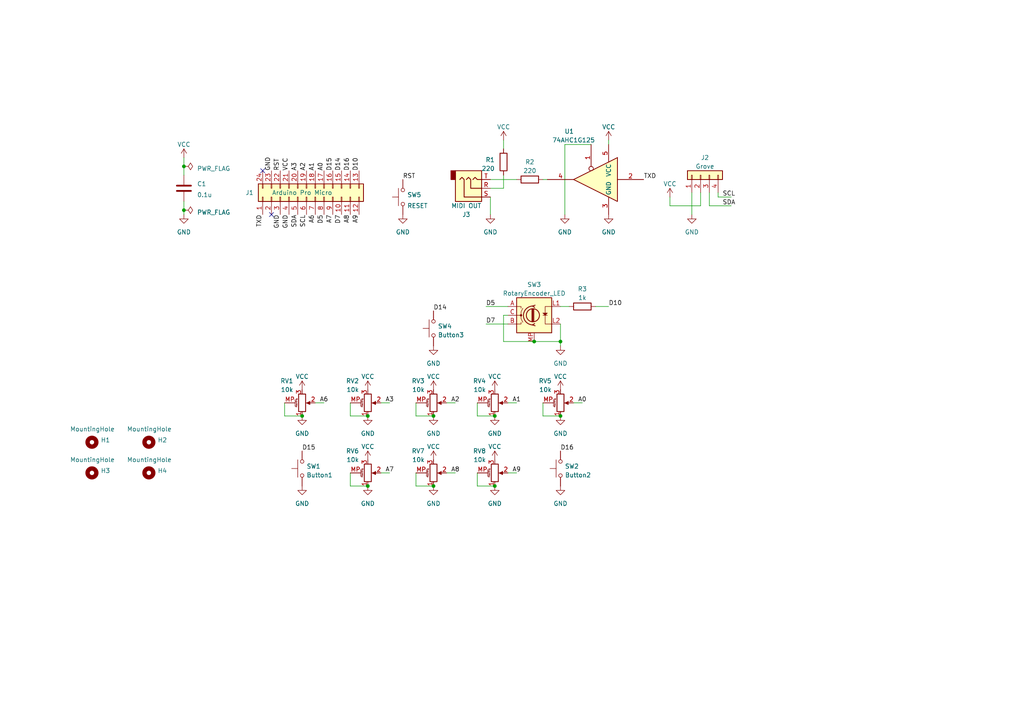
<source format=kicad_sch>
(kicad_sch (version 20230121) (generator eeschema)
  (paper "A4")
  (title_block (title "Functional Reactive MIDI Controller Board") (date "2023-05-02") (company "Programming Systems Group, Tokyo Tech."))
  (lib_symbols
    (symbol "74xGxx:74AHC1G125"
      (property "Reference" "U" (at -2.54 3.81 0))
      (property "Value" "74AHC1G125" (at 0 -3.81 0))
      (symbol "74AHC1G125_0_1"
        (polyline (pts (xy -7.62 6.35) (xy -7.62 -6.35) (xy 5.08 0) (xy -7.62 6.35)) (stroke (width 0.254)) (fill (type background)))
      )
      (symbol "74AHC1G125_1_1"
        (pin input inverted (at 0 10.16 270) (length 7.62) (name "~") (number "1"))
        (pin input line (at -15.24 0 0) (length 7.62) (name "~") (number "2"))
        (pin power_in line (at -5.08 -10.16 90) (length 5.08) (name "GND") (number "3"))
        (pin tri_state line (at 12.7 0 180) (length 7.62) (name "~") (number "4"))
        (pin power_in line (at -5.08 10.16 270) (length 5.08) (name "VCC") (number "5"))
      )
    )
    (symbol "Connector_Audio:AudioJack3"
      (property "Reference" "J" (at 0 8.89 0))
      (property "Value" "AudioJack3" (at 0 6.35 0))
      (symbol "AudioJack3_0_1"
        (rectangle (start -5.08 -5.08) (end -6.35 -2.54) (stroke (width 0.254)) (fill (type outline)))
        (polyline (pts (xy 0 -2.54) (xy 0.635 -3.175) (xy 1.27 -2.54) (xy 2.54 -2.54)) (stroke (width 0.254)))
        (polyline (pts (xy -1.905 -2.54) (xy -1.27 -3.175) (xy -0.635 -2.54) (xy -0.635 0) (xy 2.54 0)) (stroke (width 0.254)))
        (polyline (pts (xy 2.54 2.54) (xy -2.54 2.54) (xy -2.54 -2.54) (xy -3.175 -3.175) (xy -3.81 -2.54)) (stroke (width 0.254)))
        (rectangle (start 2.54 3.81) (end -5.08 -5.08) (stroke (width 0.254)) (fill (type background)))
      )
      (symbol "AudioJack3_1_1"
        (pin passive line (at 5.08 0 180) (length 2.54) (name "~") (number "R"))
        (pin passive line (at 5.08 2.54 180) (length 2.54) (name "~") (number "S"))
        (pin passive line (at 5.08 -2.54 180) (length 2.54) (name "~") (number "T"))
      )
    )
    (symbol "Connector_Generic:Conn_01x04" (pin_names (offset 1.016) hide)
      (property "Reference" "J" (at 0 5.08 0))
      (property "Value" "Conn_01x04" (at 0 -7.62 0))
      (symbol "Conn_01x04_1_1"
        (rectangle (start -1.27 -4.953) (end 0 -5.207) (stroke (width 0.1524)))
        (rectangle (start -1.27 -2.413) (end 0 -2.667) (stroke (width 0.1524)))
        (rectangle (start -1.27 0.127) (end 0 -0.127) (stroke (width 0.1524)))
        (rectangle (start -1.27 2.667) (end 0 2.413) (stroke (width 0.1524)))
        (rectangle (start -1.27 3.81) (end 1.27 -6.35) (stroke (width 0.254)) (fill (type background)))
        (pin passive line (at -5.08 2.54 0) (length 3.81) (name "Pin_1") (number "1"))
        (pin passive line (at -5.08 0 0) (length 3.81) (name "Pin_2") (number "2"))
        (pin passive line (at -5.08 -2.54 0) (length 3.81) (name "Pin_3") (number "3"))
        (pin passive line (at -5.08 -5.08 0) (length 3.81) (name "Pin_4") (number "4"))
      )
    )
    (symbol "Connector_Generic:Conn_02x12_Counter_Clockwise" (pin_names (offset 1.016) hide)
      (property "Reference" "J" (at 1.27 15.24 0))
      (property "Value" "Conn_02x12_Counter_Clockwise" (at 1.27 -17.78 0))
      (symbol "Conn_02x12_Counter_Clockwise_1_1"
        (rectangle (start -1.27 -15.113) (end 0 -15.367) (stroke (width 0.1524)))
        (rectangle (start -1.27 -12.573) (end 0 -12.827) (stroke (width 0.1524)))
        (rectangle (start -1.27 -10.033) (end 0 -10.287) (stroke (width 0.1524)))
        (rectangle (start -1.27 -7.493) (end 0 -7.747) (stroke (width 0.1524)))
        (rectangle (start -1.27 -4.953) (end 0 -5.207) (stroke (width 0.1524)))
        (rectangle (start -1.27 -2.413) (end 0 -2.667) (stroke (width 0.1524)))
        (rectangle (start -1.27 0.127) (end 0 -0.127) (stroke (width 0.1524)))
        (rectangle (start -1.27 2.667) (end 0 2.413) (stroke (width 0.1524)))
        (rectangle (start -1.27 5.207) (end 0 4.953) (stroke (width 0.1524)))
        (rectangle (start -1.27 7.747) (end 0 7.493) (stroke (width 0.1524)))
        (rectangle (start -1.27 10.287) (end 0 10.033) (stroke (width 0.1524)))
        (rectangle (start -1.27 12.827) (end 0 12.573) (stroke (width 0.1524)))
        (rectangle (start -1.27 13.97) (end 3.81 -16.51) (stroke (width 0.254)) (fill (type background)))
        (rectangle (start 3.81 -15.113) (end 2.54 -15.367) (stroke (width 0.1524)))
        (rectangle (start 3.81 -12.573) (end 2.54 -12.827) (stroke (width 0.1524)))
        (rectangle (start 3.81 -10.033) (end 2.54 -10.287) (stroke (width 0.1524)))
        (rectangle (start 3.81 -7.493) (end 2.54 -7.747) (stroke (width 0.1524)))
        (rectangle (start 3.81 -4.953) (end 2.54 -5.207) (stroke (width 0.1524)))
        (rectangle (start 3.81 -2.413) (end 2.54 -2.667) (stroke (width 0.1524)))
        (rectangle (start 3.81 0.127) (end 2.54 -0.127) (stroke (width 0.1524)))
        (rectangle (start 3.81 2.667) (end 2.54 2.413) (stroke (width 0.1524)))
        (rectangle (start 3.81 5.207) (end 2.54 4.953) (stroke (width 0.1524)))
        (rectangle (start 3.81 7.747) (end 2.54 7.493) (stroke (width 0.1524)))
        (rectangle (start 3.81 10.287) (end 2.54 10.033) (stroke (width 0.1524)))
        (rectangle (start 3.81 12.827) (end 2.54 12.573) (stroke (width 0.1524)))
        (pin passive line (at -5.08 12.7 0) (length 3.81) (name "Pin_1") (number "1"))
        (pin passive line (at -5.08 -10.16 0) (length 3.81) (name "Pin_10") (number "10"))
        (pin passive line (at -5.08 -12.7 0) (length 3.81) (name "Pin_11") (number "11"))
        (pin passive line (at -5.08 -15.24 0) (length 3.81) (name "Pin_12") (number "12"))
        (pin passive line (at 7.62 -15.24 180) (length 3.81) (name "Pin_13") (number "13"))
        (pin passive line (at 7.62 -12.7 180) (length 3.81) (name "Pin_14") (number "14"))
        (pin passive line (at 7.62 -10.16 180) (length 3.81) (name "Pin_15") (number "15"))
        (pin passive line (at 7.62 -7.62 180) (length 3.81) (name "Pin_16") (number "16"))
        (pin passive line (at 7.62 -5.08 180) (length 3.81) (name "Pin_17") (number "17"))
        (pin passive line (at 7.62 -2.54 180) (length 3.81) (name "Pin_18") (number "18"))
        (pin passive line (at 7.62 0 180) (length 3.81) (name "Pin_19") (number "19"))
        (pin passive line (at -5.08 10.16 0) (length 3.81) (name "Pin_2") (number "2"))
        (pin passive line (at 7.62 2.54 180) (length 3.81) (name "Pin_20") (number "20"))
        (pin passive line (at 7.62 5.08 180) (length 3.81) (name "Pin_21") (number "21"))
        (pin passive line (at 7.62 7.62 180) (length 3.81) (name "Pin_22") (number "22"))
        (pin passive line (at 7.62 10.16 180) (length 3.81) (name "Pin_23") (number "23"))
        (pin passive line (at 7.62 12.7 180) (length 3.81) (name "Pin_24") (number "24"))
        (pin passive line (at -5.08 7.62 0) (length 3.81) (name "Pin_3") (number "3"))
        (pin passive line (at -5.08 5.08 0) (length 3.81) (name "Pin_4") (number "4"))
        (pin passive line (at -5.08 2.54 0) (length 3.81) (name "Pin_5") (number "5"))
        (pin passive line (at -5.08 0 0) (length 3.81) (name "Pin_6") (number "6"))
        (pin passive line (at -5.08 -2.54 0) (length 3.81) (name "Pin_7") (number "7"))
        (pin passive line (at -5.08 -5.08 0) (length 3.81) (name "Pin_8") (number "8"))
        (pin passive line (at -5.08 -7.62 0) (length 3.81) (name "Pin_9") (number "9"))
      )
    )
    (symbol "Device:C" (pin_numbers hide) (pin_names (offset 0.254))
      (property "Reference" "C" (at 0.635 2.54 0))
      (property "Value" "C" (at 0.635 -2.54 0))
      (symbol "C_0_1"
        (polyline (pts (xy -2.032 -0.762) (xy 2.032 -0.762)) (stroke (width 0.508)))
        (polyline (pts (xy -2.032 0.762) (xy 2.032 0.762)) (stroke (width 0.508)))
      )
      (symbol "C_1_1"
        (pin passive line (at 0 3.81 270) (length 2.794) (name "~") (number "1"))
        (pin passive line (at 0 -3.81 90) (length 2.794) (name "~") (number "2"))
      )
    )
    (symbol "Device:R" (pin_numbers hide) (pin_names (offset 0))
      (property "Reference" "R" (at 2.032 0 90))
      (property "Value" "R" (at 0 0 90))
      (symbol "R_0_1"
        (rectangle (start -1.016 -2.54) (end 1.016 2.54) (stroke (width 0.254)))
      )
      (symbol "R_1_1"
        (pin passive line (at 0 3.81 270) (length 1.27) (name "~") (number "1"))
        (pin passive line (at 0 -3.81 90) (length 1.27) (name "~") (number "2"))
      )
    )
    (symbol "Device:R_Potentiometer_MountingPin" (pin_names (offset 1.016) hide)
      (property "Reference" "RV" (at -8.255 0 90))
      (property "Value" "R_Potentiometer_MountingPin" (at -6.35 0 90))
      (symbol "R_Potentiometer_MountingPin_0_1"
        (polyline (pts (xy 2.54 0) (xy 1.524 0)))
        (polyline (pts (xy 1.143 0) (xy 2.286 0.508) (xy 2.286 -0.508)) (fill (type outline)))
        (rectangle (start 1.016 2.54) (end -1.016 -2.54) (stroke (width 0.254)))
      )
      (symbol "R_Potentiometer_MountingPin_1_1"
        (polyline (pts (xy -2.032 1.016) (xy -2.032 -1.016)) (stroke (width 0.1524)))
        (text "Mounting" (at -1.651 0 900) (effects (font (size 0.381 0.381))))
        (pin passive line (at 0 3.81 270) (length 1.27) (name "1") (number "1"))
        (pin passive line (at 3.81 0 180) (length 1.27) (name "2") (number "2"))
        (pin passive line (at 0 -3.81 90) (length 1.27) (name "3") (number "3"))
        (pin passive line (at -5.08 0 0) (length 3.048) (name "MountPin") (number "MP"))
      )
    )
    (symbol "FRMIDIConBoard:RotaryEncoder_LED" (pin_names (offset 0.254) hide)
      (property "Reference" "SW4" (at 0 8.89 0))
      (property "Value" "RotaryEncoder_LED" (at 0 6.35 0))
      (symbol "RotaryEncoder_LED_0_1"
        (rectangle (start -5.08 5.08) (end 5.08 -5.08) (stroke (width 0.254)) (fill (type background)))
        (circle (center -3.81 0) (radius 0.254) (fill (type outline)))
        (circle (center -0.381 0) (radius 1.905) (stroke (width 0.254)))
        (arc (start -0.381 2.667) (mid -3.0988 -0.0635) (end -0.381 -2.794) (stroke (width 0.254)))
        (polyline (pts (xy -0.635 -1.778) (xy -0.635 1.778)) (stroke (width 0.254)))
        (polyline (pts (xy -0.381 -1.778) (xy -0.381 1.778)) (stroke (width 0.254)))
        (polyline (pts (xy -0.127 1.778) (xy -0.127 -1.778)) (stroke (width 0.254)))
        (polyline (pts (xy -5.08 -2.54) (xy -3.81 -2.54) (xy -3.81 -2.032)))
        (polyline (pts (xy -5.08 2.54) (xy -3.81 2.54) (xy -3.81 2.032)))
        (polyline (pts (xy 0.254 -3.048) (xy -0.508 -2.794) (xy 0.127 -2.413)) (stroke (width 0.254)))
        (polyline (pts (xy 0.254 2.921) (xy -0.508 2.667) (xy 0.127 2.286)) (stroke (width 0.254)))
        (polyline (pts (xy -5.08 0) (xy -3.81 0) (xy -3.81 -1.016) (xy -3.302 -2.032)))
        (polyline (pts (xy -4.318 0) (xy -3.81 0) (xy -3.81 1.016) (xy -3.302 2.032)))
        (rectangle (start 2.54 0) (end 3.81 0))
      )
      (symbol "RotaryEncoder_LED_1_1"
        (polyline (pts (xy 3.175 0) (xy 3.175 -2.54) (xy 5.08 -2.54)))
        (polyline (pts (xy 3.175 0.635) (xy 3.175 2.54) (xy 5.08 2.54)))
        (polyline (pts (xy 2.54 0.635) (xy 3.81 0.635) (xy 3.175 0) (xy 2.54 0.635)) (fill (type outline)))
        (pin passive line (at -7.62 2.54 0) (length 2.54) (name "A") (number "A"))
        (pin passive line (at -7.62 -2.54 0) (length 2.54) (name "B") (number "B"))
        (pin passive line (at -7.62 0 0) (length 2.54) (name "C") (number "C"))
        (pin passive line (at 7.62 2.54 180) (length 2.54) (name "L1") (number "L1"))
        (pin passive line (at 7.62 -2.54 180) (length 2.54) (name "L2") (number "L2"))
        (pin passive line (at 0 -7.62 90) (length 2.54) (name "MP") (number "MP"))
      )
    )
    (symbol "Mechanical:MountingHole" (pin_names (offset 1.016))
      (property "Reference" "H" (at 0 5.08 0))
      (property "Value" "MountingHole" (at 0 3.175 0))
      (symbol "MountingHole_0_1"
        (circle (center 0 0) (radius 1.27) (stroke (width 1.27)))
      )
    )
    (symbol "Switch:SW_Push" (pin_numbers hide) (pin_names (offset 1.016) hide)
      (property "Reference" "SW" (at 1.27 2.54 0))
      (property "Value" "SW_Push" (at 0 -1.524 0))
      (symbol "SW_Push_0_1"
        (circle (center -2.032 0) (radius 0.508))
        (polyline (pts (xy 0 1.27) (xy 0 3.048)))
        (polyline (pts (xy 2.54 1.27) (xy -2.54 1.27)))
        (circle (center 2.032 0) (radius 0.508))
        (pin passive line (at -5.08 0 0) (length 2.54) (name "1") (number "1"))
        (pin passive line (at 5.08 0 180) (length 2.54) (name "2") (number "2"))
      )
    )
    (symbol "power:GND" (power) (pin_names (offset 0))
      (property "Value" "GND" (at 0 -3.81 0))
      (symbol "GND_0_1"
        (polyline (pts (xy 0 0) (xy 0 -1.27) (xy 1.27 -1.27) (xy 0 -2.54) (xy -1.27 -1.27) (xy 0 -1.27)))
      )
      (symbol "GND_1_1"
        (pin power_in line (at 0 0 270) (length 0) hide (name "GND") (number "1"))
      )
    )
    (symbol "power:PWR_FLAG" (power) (pin_numbers hide) (pin_names (offset 0) hide)
      (property "Value" "PWR_FLAG" (at 0 3.81 0))
      (symbol "PWR_FLAG_0_0"
        (pin power_out line (at 0 0 90) (length 0) (name "pwr") (number "1"))
      )
      (symbol "PWR_FLAG_0_1"
        (polyline (pts (xy 0 0) (xy 0 1.27) (xy -1.016 1.905) (xy 0 2.54) (xy 1.016 1.905) (xy 0 1.27)))
      )
    )
    (symbol "power:VCC" (power) (pin_names (offset 0))
      (property "Value" "VCC" (at 0 3.81 0))
      (symbol "VCC_0_1"
        (polyline (pts (xy -0.762 1.27) (xy 0 2.54)))
        (polyline (pts (xy 0 0) (xy 0 2.54)))
        (polyline (pts (xy 0 2.54) (xy 0.762 1.27)))
      )
      (symbol "VCC_1_1"
        (pin power_in line (at 0 0 90) (length 0) hide (name "VCC") (number "1"))
      )
    )
  )
  (junction (at 106.68 140.97))
  (junction (at 162.56 99.06))
  (junction (at 53.34 48.26))
  (junction (at 143.51 140.97))
  (junction (at 106.68 120.65))
  (junction (at 87.63 120.65))
  (junction (at 53.34 60.96))
  (junction (at 162.56 120.65))
  (junction (at 143.51 120.65))
  (junction (at 154.94 99.06))
  (junction (at 125.73 140.97))
  (junction (at 125.73 120.65))
  (no_connect (at 78.74 62.23))
  (no_connect (at 76.2 49.53))
  (wire (pts (xy 138.43 137.16) (xy 138.43 140.97)))
  (wire (pts (xy 82.55 116.84) (xy 82.55 120.65)))
  (wire (pts (xy 110.49 116.84) (xy 113.03 116.84)))
  (wire (pts (xy 172.72 88.9) (xy 176.53 88.9)))
  (wire (pts (xy 129.54 137.16) (xy 132.08 137.16)))
  (wire (pts (xy 53.34 48.26) (xy 53.34 50.8)))
  (wire (pts (xy 162.56 93.98) (xy 162.56 99.06)))
  (wire (pts (xy 82.55 120.65) (xy 87.63 120.65)))
  (wire (pts (xy 146.05 43.18) (xy 146.05 40.64)))
  (wire (pts (xy 91.44 116.84) (xy 93.98 116.84)))
  (wire (pts (xy 203.2 55.88) (xy 203.2 59.69)))
  (wire (pts (xy 138.43 120.65) (xy 143.51 120.65)))
  (wire (pts (xy 203.2 59.69) (xy 194.31 59.69)))
  (wire (pts (xy 147.32 137.16) (xy 149.86 137.16)))
  (wire (pts (xy 120.65 120.65) (xy 125.73 120.65)))
  (wire (pts (xy 140.97 93.98) (xy 147.32 93.98)))
  (wire (pts (xy 162.56 88.9) (xy 165.1 88.9)))
  (wire (pts (xy 147.32 91.44) (xy 146.05 91.44)))
  (wire (pts (xy 138.43 140.97) (xy 143.51 140.97)))
  (wire (pts (xy 53.34 60.96) (xy 53.34 62.23)))
  (wire (pts (xy 146.05 54.61) (xy 146.05 50.8)))
  (wire (pts (xy 142.24 57.15) (xy 142.24 62.23)))
  (wire (pts (xy 157.48 52.07) (xy 158.75 52.07)))
  (wire (pts (xy 162.56 99.06) (xy 162.56 100.33)))
  (wire (pts (xy 140.97 88.9) (xy 147.32 88.9)))
  (wire (pts (xy 129.54 116.84) (xy 132.08 116.84)))
  (wire (pts (xy 166.37 116.84) (xy 168.91 116.84)))
  (wire (pts (xy 171.45 41.91) (xy 163.83 41.91)))
  (wire (pts (xy 157.48 116.84) (xy 157.48 120.65)))
  (wire (pts (xy 101.6 137.16) (xy 101.6 140.97)))
  (wire (pts (xy 110.49 137.16) (xy 113.03 137.16)))
  (wire (pts (xy 101.6 120.65) (xy 106.68 120.65)))
  (wire (pts (xy 208.28 55.88) (xy 208.28 57.15)))
  (wire (pts (xy 138.43 116.84) (xy 138.43 120.65)))
  (wire (pts (xy 208.28 57.15) (xy 212.09 57.15)))
  (wire (pts (xy 142.24 52.07) (xy 149.86 52.07)))
  (wire (pts (xy 200.66 55.88) (xy 200.66 62.23)))
  (wire (pts (xy 147.32 116.84) (xy 149.86 116.84)))
  (wire (pts (xy 120.65 116.84) (xy 120.65 120.65)))
  (wire (pts (xy 205.74 59.69) (xy 212.09 59.69)))
  (wire (pts (xy 176.53 40.64) (xy 176.53 41.91)))
  (wire (pts (xy 194.31 57.15) (xy 194.31 59.69)))
  (wire (pts (xy 154.94 99.06) (xy 162.56 99.06)))
  (wire (pts (xy 163.83 41.91) (xy 163.83 62.23)))
  (wire (pts (xy 146.05 91.44) (xy 146.05 99.06)))
  (wire (pts (xy 101.6 140.97) (xy 106.68 140.97)))
  (wire (pts (xy 53.34 45.72) (xy 53.34 48.26)))
  (wire (pts (xy 101.6 116.84) (xy 101.6 120.65)))
  (wire (pts (xy 120.65 140.97) (xy 125.73 140.97)))
  (wire (pts (xy 205.74 55.88) (xy 205.74 59.69)))
  (wire (pts (xy 120.65 137.16) (xy 120.65 140.97)))
  (wire (pts (xy 157.48 120.65) (xy 162.56 120.65)))
  (wire (pts (xy 146.05 99.06) (xy 154.94 99.06)))
  (wire (pts (xy 142.24 54.61) (xy 146.05 54.61)))
  (wire (pts (xy 53.34 58.42) (xy 53.34 60.96)))
  (label "TXD" (at 186.69 52.07 0))
  (label "A0" (at 167.64 116.84 0))
  (label "D15" (at 87.63 130.81 0))
  (label "A7" (at 96.52 62.23 270))
  (label "A6" (at 91.44 62.23 270))
  (label "D5" (at 93.98 62.23 270))
  (label "A1" (at 148.59 116.84 0))
  (label "RST" (at 116.84 52.07 0))
  (label "D7" (at 99.06 62.23 270))
  (label "GND" (at 83.82 62.23 270))
  (label "A6" (at 92.71 116.84 0))
  (label "A8" (at 101.6 62.23 270))
  (label "D16" (at 101.6 49.53 90))
  (label "A3" (at 111.76 116.84 0))
  (label "D16" (at 162.56 130.81 0))
  (label "D10" (at 104.14 49.53 90))
  (label "A0" (at 93.98 49.53 90))
  (label "A3" (at 86.36 49.53 90))
  (label "A1" (at 91.44 49.53 90))
  (label "VCC" (at 83.82 49.53 90))
  (label "D14" (at 99.06 49.53 90))
  (label "SDA" (at 86.36 62.23 270))
  (label "D7" (at 140.97 93.98 0))
  (label "SDA" (at 209.55 59.69 0))
  (label "D10" (at 176.53 88.9 0))
  (label "A9" (at 104.14 62.23 270))
  (label "A8" (at 130.81 137.16 0))
  (label "D14" (at 125.73 90.17 0))
  (label "SCL" (at 88.9 62.23 270))
  (label "GND" (at 81.28 62.23 270))
  (label "A9" (at 148.59 137.16 0))
  (label "TXD" (at 76.2 62.23 270))
  (label "RST" (at 81.28 49.53 90))
  (label "D15" (at 96.52 49.53 90))
  (label "A2" (at 88.9 49.53 90))
  (label "A7" (at 111.76 137.16 0))
  (label "D5" (at 140.97 88.9 0))
  (label "A2" (at 130.81 116.84 0))
  (label "SCL" (at 209.55 57.15 0))
  (label "GND" (at 78.74 49.53 90))
  (symbol (lib_id "power:GND") (at 125.73 140.97 0) (unit 1)
    (property "Reference" "#PWR029" (effects hide))
    (property "Value" "GND" (at 125.73 146.05 0))
  )
  (symbol (lib_id "Mechanical:MountingHole") (at 26.67 137.16 0) (unit 1)
    (property "Reference" "H3" (at 29.21 136.525 0) (effects (justify left)))
    (property "Value" "MountingHole" (at 20.32 133.35 0) (effects (justify left)))
    (property "Footprint" "MountingHole:MountingHole_3.2mm_M3_ISO14580" (effects hide))
  )
  (symbol (lib_id "power:GND") (at 163.83 62.23 0) (unit 1)
    (property "Reference" "#PWR07" (effects hide))
    (property "Value" "GND" (at 163.83 67.31 0))
  )
  (symbol (lib_id "Switch:SW_Push") (at 162.56 135.89 90) (unit 1)
    (property "Reference" "SW2" (at 163.83 135.255 90) (effects (justify right)))
    (property "Value" "Button2" (at 163.83 137.795 90) (effects (justify right)))
    (property "Footprint" "FRMIDIConBoard:SW_PUSH-12mm" (effects hide))
  )
  (symbol (lib_id "power:VCC") (at 162.56 113.03 0) (unit 1)
    (property "Reference" "#PWR019" (effects hide))
    (property "Value" "VCC" (at 162.56 109.22 0))
  )
  (symbol (lib_id "74xGxx:74AHC1G125") (at 171.45 52.07 0) (mirror y) (unit 1)
    (property "Reference" "U1" (at 165.1 38.1 0))
    (property "Value" "74AHC1G125" (at 166.37 40.64 0))
    (property "Footprint" "Package_TO_SOT_SMD:SOT-23-5_HandSoldering" (effects hide))
  )
  (symbol (lib_id "power:GND") (at 106.68 120.65 0) (unit 1)
    (property "Reference" "#PWR021" (effects hide))
    (property "Value" "GND" (at 106.68 125.73 0))
  )
  (symbol (lib_id "power:GND") (at 176.53 62.23 0) (unit 1)
    (property "Reference" "#PWR08" (effects hide))
    (property "Value" "GND" (at 176.53 67.31 0))
  )
  (symbol (lib_id "power:VCC") (at 106.68 133.35 0) (unit 1)
    (property "Reference" "#PWR025" (effects hide))
    (property "Value" "VCC" (at 106.68 129.54 0))
  )
  (symbol (lib_id "Device:R") (at 168.91 88.9 90) (unit 1)
    (property "Reference" "R3" (at 168.91 83.82 90))
    (property "Value" "1k" (at 168.91 86.36 90))
    (property "Footprint" "Resistor_SMD:R_0805_2012Metric_Pad1.20x1.40mm_HandSolder" (effects hide))
  )
  (symbol (lib_id "power:GND") (at 116.84 62.23 0) (unit 1)
    (property "Reference" "#PWR013" (effects hide))
    (property "Value" "GND" (at 116.84 67.31 0))
  )
  (symbol (lib_id "power:GND") (at 87.63 120.65 0) (unit 1)
    (property "Reference" "#PWR020" (effects hide))
    (property "Value" "GND" (at 87.63 125.73 0))
  )
  (symbol (lib_id "Device:R") (at 146.05 46.99 0) (mirror y) (unit 1)
    (property "Reference" "R1" (at 143.51 46.355 0) (effects (justify left)))
    (property "Value" "220" (at 143.51 48.895 0) (effects (justify left)))
    (property "Footprint" "Resistor_SMD:R_0805_2012Metric_Pad1.20x1.40mm_HandSolder" (effects hide))
  )
  (symbol (lib_id "power:GND") (at 87.63 140.97 0) (unit 1)
    (property "Reference" "#PWR010" (effects hide))
    (property "Value" "GND" (at 87.63 146.05 0))
  )
  (symbol (lib_id "power:GND") (at 142.24 62.23 0) (unit 1)
    (property "Reference" "#PWR06" (effects hide))
    (property "Value" "GND" (at 142.24 67.31 0))
  )
  (symbol (lib_id "power:GND") (at 200.66 62.23 0) (unit 1)
    (property "Reference" "#PWR09" (effects hide))
    (property "Value" "GND" (at 200.66 67.31 0))
  )
  (symbol (lib_id "Device:R") (at 153.67 52.07 270) (unit 1)
    (property "Reference" "R2" (at 153.67 46.99 90))
    (property "Value" "220" (at 153.67 49.53 90))
    (property "Footprint" "Resistor_SMD:R_0805_2012Metric_Pad1.20x1.40mm_HandSolder" (effects hide))
  )
  (symbol (lib_id "power:VCC") (at 143.51 113.03 0) (unit 1)
    (property "Reference" "#PWR018" (effects hide))
    (property "Value" "VCC" (at 143.51 109.22 0))
  )
  (symbol (lib_id "power:GND") (at 125.73 120.65 0) (unit 1)
    (property "Reference" "#PWR022" (effects hide))
    (property "Value" "GND" (at 125.73 125.73 0))
  )
  (symbol (lib_id "Mechanical:MountingHole") (at 43.18 137.16 0) (unit 1)
    (property "Reference" "H4" (at 45.72 136.525 0) (effects (justify left)))
    (property "Value" "MountingHole" (at 36.83 133.35 0) (effects (justify left)))
    (property "Footprint" "MountingHole:MountingHole_3.2mm_M3_ISO14580" (effects hide))
  )
  (symbol (lib_id "Mechanical:MountingHole") (at 43.18 128.27 0) (unit 1)
    (property "Reference" "H2" (at 45.72 127.635 0) (effects (justify left)))
    (property "Value" "MountingHole" (at 36.83 124.46 0) (effects (justify left)))
    (property "Footprint" "MountingHole:MountingHole_3.2mm_M3_ISO14580" (effects hide))
  )
  (symbol (lib_id "power:PWR_FLAG") (at 53.34 48.26 270) (unit 1)
    (property "Reference" "#FLG01" (effects hide))
    (property "Value" "PWR_FLAG" (at 57.15 48.895 90) (effects (justify left)))
  )
  (symbol (lib_id "power:GND") (at 162.56 120.65 0) (unit 1)
    (property "Reference" "#PWR024" (effects hide))
    (property "Value" "GND" (at 162.56 125.73 0))
  )
  (symbol (lib_id "Switch:SW_Push") (at 87.63 135.89 90) (unit 1)
    (property "Reference" "SW1" (at 88.9 135.255 90) (effects (justify right)))
    (property "Value" "Button1" (at 88.9 137.795 90) (effects (justify right)))
    (property "Footprint" "FRMIDIConBoard:SW_PUSH-12mm" (effects hide))
  )
  (symbol (lib_id "power:VCC") (at 125.73 113.03 0) (unit 1)
    (property "Reference" "#PWR017" (effects hide))
    (property "Value" "VCC" (at 125.73 109.22 0))
  )
  (symbol (lib_id "Device:R_Potentiometer_MountingPin") (at 143.51 116.84 0) (mirror x) (unit 1)
    (property "Reference" "RV4" (at 140.97 110.49 0) (effects (justify right)))
    (property "Value" "10k" (at 140.97 113.03 0) (effects (justify right)))
    (property "Footprint" "Potentiometer_THT:Potentiometer_Alps_RK09K_Single_Vertical" (effects hide))
  )
  (symbol (lib_id "FRMIDIConBoard:RotaryEncoder_LED") (at 154.94 91.44 0) (unit 1)
    (property "Reference" "SW3" (at 154.94 82.55 0))
    (property "Value" "RotaryEncoder_LED" (at 154.94 85.09 0))
    (property "Footprint" "FRMIDIConBoard:RotaryEncoder_TopUp_EC12PL-LED_Vertical_H20mm_CircularMountingHoles" (effects hide))
  )
  (symbol (lib_id "Device:R_Potentiometer_MountingPin") (at 125.73 137.16 0) (mirror x) (unit 1)
    (property "Reference" "RV7" (at 123.19 130.81 0) (effects (justify right)))
    (property "Value" "10k" (at 123.19 133.35 0) (effects (justify right)))
    (property "Footprint" "Potentiometer_THT:Potentiometer_Alps_RK09K_Single_Vertical" (effects hide))
  )
  (symbol (lib_id "Device:R_Potentiometer_MountingPin") (at 143.51 137.16 0) (mirror x) (unit 1)
    (property "Reference" "RV8" (at 140.97 130.81 0) (effects (justify right)))
    (property "Value" "10k" (at 140.97 133.35 0) (effects (justify right)))
    (property "Footprint" "Potentiometer_THT:Potentiometer_Alps_RK09K_Single_Vertical" (effects hide))
  )
  (symbol (lib_id "Connector_Audio:AudioJack3") (at 137.16 54.61 0) (mirror x) (unit 1)
    (property "Reference" "J3" (at 135.255 62.23 0))
    (property "Value" "MIDI OUT" (at 135.255 59.69 0))
    (property "Footprint" "Connector_Audio:Jack_3.5mm_Switronic_ST-005-G_horizontal" (effects hide))
  )
  (symbol (lib_id "Connector_Generic:Conn_02x12_Counter_Clockwise") (at 88.9 57.15 90) (unit 1)
    (property "Reference" "J1" (at 72.39 55.88 90))
    (property "Value" "Arduino Pro Micro" (at 87.63 55.88 90))
    (property "Footprint" "Package_DIP:DIP-24_W15.24mm_Socket_LongPads" (effects hide))
  )
  (symbol (lib_id "Device:R_Potentiometer_MountingPin") (at 87.63 116.84 0) (mirror x) (unit 1)
    (property "Reference" "RV1" (at 85.09 110.49 0) (effects (justify right)))
    (property "Value" "10k" (at 85.09 113.03 0) (effects (justify right)))
    (property "Footprint" "Potentiometer_THT:Potentiometer_Alps_RK09K_Single_Vertical" (effects hide))
  )
  (symbol (lib_id "power:GND") (at 162.56 140.97 0) (unit 1)
    (property "Reference" "#PWR011" (effects hide))
    (property "Value" "GND" (at 162.56 146.05 0))
  )
  (symbol (lib_id "Connector_Generic:Conn_01x04") (at 203.2 50.8 90) (unit 1)
    (property "Reference" "J2" (at 204.47 45.72 90))
    (property "Value" "Grove" (at 204.47 48.26 90))
    (property "Footprint" "Connector:NS-Tech_Grove_1x04_P2mm_Vertical" (effects hide))
  )
  (symbol (lib_id "Switch:SW_Push") (at 125.73 95.25 90) (unit 1)
    (property "Reference" "SW4" (at 127 94.615 90) (effects (justify right)))
    (property "Value" "Button3" (at 127 97.155 90) (effects (justify right)))
    (property "Footprint" "Button_Switch_THT:SW_PUSH_6mm_H5mm" (effects hide))
  )
  (symbol (lib_id "power:GND") (at 106.68 140.97 0) (unit 1)
    (property "Reference" "#PWR028" (effects hide))
    (property "Value" "GND" (at 106.68 146.05 0))
  )
  (symbol (lib_id "Device:C") (at 53.34 54.61 0) (unit 1)
    (property "Reference" "C1" (at 57.15 53.34 0) (effects (justify left)))
    (property "Value" "0.1u" (at 57.15 56.515 0) (effects (justify left)))
    (property "Footprint" "Capacitor_SMD:C_0805_2012Metric_Pad1.18x1.45mm_HandSolder" (effects hide))
  )
  (symbol (lib_id "power:GND") (at 53.34 62.23 0) (unit 1)
    (property "Reference" "#PWR04" (effects hide))
    (property "Value" "GND" (at 53.34 67.31 0))
  )
  (symbol (lib_id "Switch:SW_Push") (at 116.84 57.15 90) (unit 1)
    (property "Reference" "SW5" (at 118.11 56.515 90) (effects (justify right)))
    (property "Value" "RESET" (at 118.11 59.69 90) (effects (justify right)))
    (property "Footprint" "Button_Switch_SMD:SW_Push_SPST_NO_Alps_SKRK" (effects hide))
  )
  (symbol (lib_id "power:VCC") (at 176.53 40.64 0) (unit 1)
    (property "Reference" "#PWR03" (effects hide))
    (property "Value" "VCC" (at 176.53 36.83 0))
  )
  (symbol (lib_id "Mechanical:MountingHole") (at 26.67 128.27 0) (unit 1)
    (property "Reference" "H1" (at 29.21 127.635 0) (effects (justify left)))
    (property "Value" "MountingHole" (at 20.32 124.46 0) (effects (justify left)))
    (property "Footprint" "MountingHole:MountingHole_3.2mm_M3_ISO14580" (effects hide))
  )
  (symbol (lib_id "power:GND") (at 125.73 100.33 0) (unit 1)
    (property "Reference" "#PWR012" (effects hide))
    (property "Value" "GND" (at 125.73 105.41 0))
  )
  (symbol (lib_id "Device:R_Potentiometer_MountingPin") (at 125.73 116.84 0) (mirror x) (unit 1)
    (property "Reference" "RV3" (at 123.19 110.49 0) (effects (justify right)))
    (property "Value" "10k" (at 123.19 113.03 0) (effects (justify right)))
    (property "Footprint" "Potentiometer_THT:Potentiometer_Alps_RK09K_Single_Vertical" (effects hide))
  )
  (symbol (lib_id "power:GND") (at 143.51 120.65 0) (unit 1)
    (property "Reference" "#PWR023" (effects hide))
    (property "Value" "GND" (at 143.51 125.73 0))
  )
  (symbol (lib_id "Device:R_Potentiometer_MountingPin") (at 106.68 137.16 0) (mirror x) (unit 1)
    (property "Reference" "RV6" (at 104.14 130.81 0) (effects (justify right)))
    (property "Value" "10k" (at 104.14 133.35 0) (effects (justify right)))
    (property "Footprint" "Potentiometer_THT:Potentiometer_Alps_RK09K_Single_Vertical" (effects hide))
  )
  (symbol (lib_id "power:PWR_FLAG") (at 53.34 60.96 270) (unit 1)
    (property "Reference" "#FLG02" (effects hide))
    (property "Value" "PWR_FLAG" (at 57.15 61.595 90) (effects (justify left)))
  )
  (symbol (lib_id "power:VCC") (at 87.63 113.03 0) (unit 1)
    (property "Reference" "#PWR015" (effects hide))
    (property "Value" "VCC" (at 87.63 109.22 0))
  )
  (symbol (lib_id "power:VCC") (at 146.05 40.64 0) (unit 1)
    (property "Reference" "#PWR02" (effects hide))
    (property "Value" "VCC" (at 146.05 36.83 0))
  )
  (symbol (lib_id "power:VCC") (at 53.34 45.72 0) (unit 1)
    (property "Reference" "#PWR01" (effects hide))
    (property "Value" "VCC" (at 53.34 41.91 0))
  )
  (symbol (lib_id "power:GND") (at 143.51 140.97 0) (unit 1)
    (property "Reference" "#PWR030" (effects hide))
    (property "Value" "GND" (at 143.51 146.05 0))
  )
  (symbol (lib_id "power:VCC") (at 106.68 113.03 0) (unit 1)
    (property "Reference" "#PWR016" (effects hide))
    (property "Value" "VCC" (at 106.68 109.22 0))
  )
  (symbol (lib_id "Device:R_Potentiometer_MountingPin") (at 106.68 116.84 0) (mirror x) (unit 1)
    (property "Reference" "RV2" (at 104.14 110.49 0) (effects (justify right)))
    (property "Value" "10k" (at 104.14 113.03 0) (effects (justify right)))
    (property "Footprint" "Potentiometer_THT:Potentiometer_Alps_RK09K_Single_Vertical" (effects hide))
  )
  (symbol (lib_id "power:VCC") (at 143.51 133.35 0) (unit 1)
    (property "Reference" "#PWR027" (effects hide))
    (property "Value" "VCC" (at 143.51 129.54 0))
  )
  (symbol (lib_id "power:VCC") (at 194.31 57.15 0) (unit 1)
    (property "Reference" "#PWR05" (effects hide))
    (property "Value" "VCC" (at 194.31 53.34 0))
  )
  (symbol (lib_id "power:VCC") (at 125.73 133.35 0) (unit 1)
    (property "Reference" "#PWR026" (effects hide))
    (property "Value" "VCC" (at 125.73 129.54 0))
  )
  (symbol (lib_id "power:GND") (at 162.56 100.33 0) (unit 1)
    (property "Reference" "#PWR014" (effects hide))
    (property "Value" "GND" (at 162.56 105.41 0))
  )
  (symbol (lib_id "Device:R_Potentiometer_MountingPin") (at 162.56 116.84 0) (mirror x) (unit 1)
    (property "Reference" "RV5" (at 160.02 110.49 0) (effects (justify right)))
    (property "Value" "10k" (at 160.02 113.03 0) (effects (justify right)))
    (property "Footprint" "Potentiometer_THT:Potentiometer_Alps_RK09K_Single_Vertical" (effects hide))
  )
)
</source>
